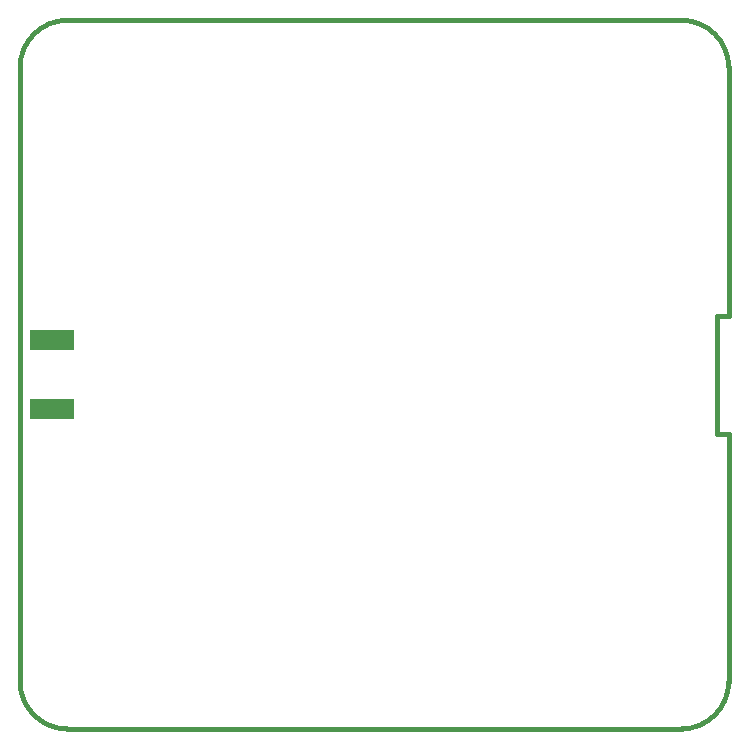
<source format=gbr>
%TF.GenerationSoftware,KiCad,Pcbnew,4.0.7-e2-6376~58~ubuntu16.04.1*%
%TF.CreationDate,2018-11-03T17:38:07+01:00*%
%TF.ProjectId,bcl4v2,62636C3476322E6B696361645F706362,rev?*%
%TF.FileFunction,Paste,Top*%
%FSLAX46Y46*%
G04 Gerber Fmt 4.6, Leading zero omitted, Abs format (unit mm)*
G04 Created by KiCad (PCBNEW 4.0.7-e2-6376~58~ubuntu16.04.1) date Sat Nov  3 17:38:07 2018*
%MOMM*%
%LPD*%
G01*
G04 APERTURE LIST*
%ADD10C,0.150000*%
%ADD11C,0.381000*%
%ADD12R,3.700780X1.699260*%
G04 APERTURE END LIST*
D10*
D11*
X129000000Y-105000000D02*
X130000000Y-105000000D01*
X129000000Y-95000000D02*
X129000000Y-105000000D01*
X130000000Y-95000000D02*
X129000000Y-95000000D01*
X74000000Y-70000000D02*
X126000000Y-70000000D01*
X70000000Y-126000000D02*
X70000000Y-74000000D01*
X126000000Y-130000000D02*
X74000000Y-130000000D01*
X130000000Y-105000000D02*
X130000000Y-126000000D01*
X126000000Y-130000000D02*
G75*
G03X130000000Y-126000000I0J4000000D01*
G01*
X70000000Y-126000000D02*
G75*
G03X74000000Y-130000000I4000000J0D01*
G01*
X74000000Y-70000000D02*
G75*
G03X70000000Y-74000000I0J-4000000D01*
G01*
X130000000Y-74000000D02*
X130000000Y-95000000D01*
X130000000Y-74000000D02*
G75*
G03X126000000Y-70000000I-4000000J0D01*
G01*
D12*
X72700000Y-102948940D03*
X72700000Y-97051060D03*
M02*

</source>
